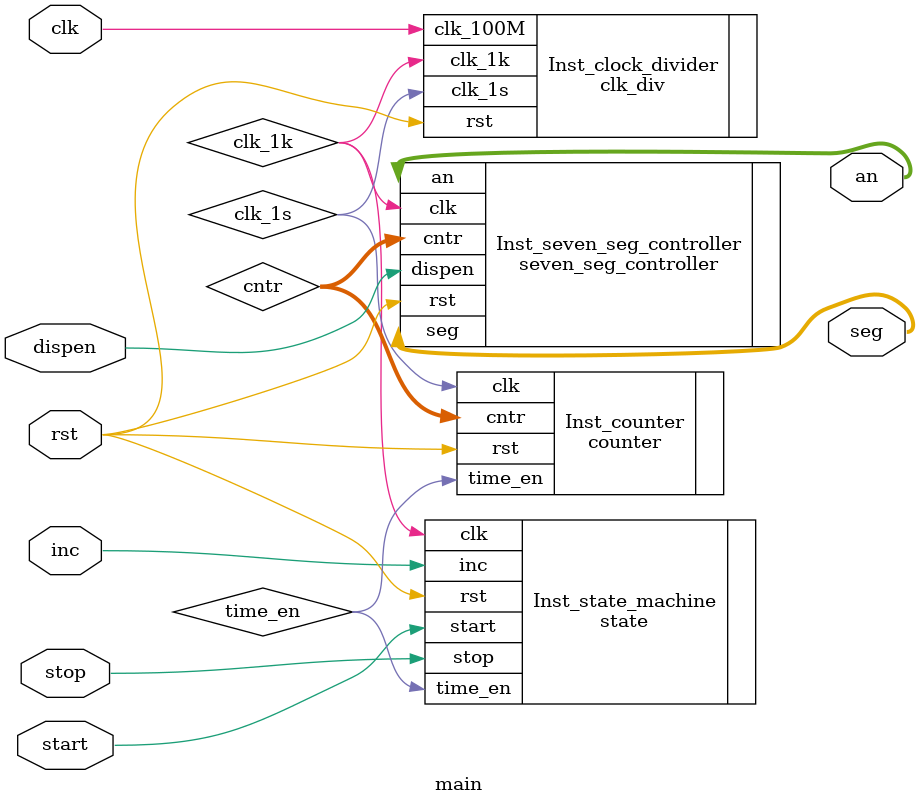
<source format=v>
`timescale 1 ns / 1 ns // timescale for following modules


module main (
   clk,
   rst,
   start,
	stop,
	inc,
	dispen,
   an,
   seg);
 
// input and output
input   clk; 
input   rst; 
input   start; 
input   stop; 
input   inc; 
input   dispen;
output   [3:0] an; 
output   [7:0] seg;



// internal signals	
wire    clk_1k; 
wire    clk_1s;


wire    timer_en; 
 
wire    [15:0] cntr; 
wire    [3:0] segdat; 

// ----------------------------------------------------------------------
//  Implementation
// ----------------------------------------------------------------------

clk_div Inst_clock_divider (.rst(rst),
          .clk_1k(clk_1k),
			 .clk_1s(clk_1s),
          .clk_100M(clk));
			 
state   Inst_state_machine (.rst(rst),
          .clk(clk_1k),
          .start(start),
          .stop(stop),
          .inc(inc),
          .time_en(time_en));
			 
			 
counter Inst_counter (.rst(rst),
          .clk(clk_1s),
          .time_en(time_en),
          .cntr(cntr));
			 
			 
seven_seg_controller Inst_seven_seg_controller (.rst(rst),
          .clk(clk_1k),
          .dispen(dispen),
          .cntr(cntr),
          .seg(seg),
          .an(an));


endmodule // module main


</source>
